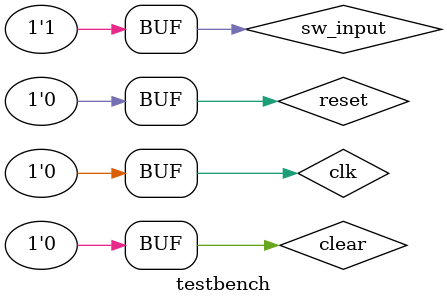
<source format=sv>
`timescale 1ns / 1ps


module testbench();
    logic clk;
    logic reset;
    
    logic [31:0] writedata, dataadr, pc, instr;
    logic memwrite;
    logic sw_input;
	logic clear;
	     
    logic [3:0] AN;
	logic [6:0] C;
	logic       DP;
    
    // instantiate device to be tested
    top dut (clk, reset, writedata, dataadr, memwrite, pc, instr, sw_input, clear, AN, C, DP);
    
    // initialize test
    initial
        begin
            reset <= 1; # 20; reset <= 0;
        end
        
    // generate clock to sequence tests
    always
        begin
            sw_input <= 1; clear <= 0;
            clk <= 1; # 5; clk <= 0; # 5;
        end

endmodule

</source>
